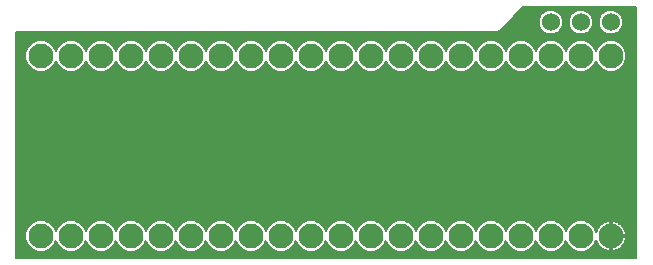
<source format=gtl>
G75*
%MOIN*%
%OFA0B0*%
%FSLAX25Y25*%
%IPPOS*%
%LPD*%
%AMOC8*
5,1,8,0,0,1.08239X$1,22.5*
%
%ADD10C,0.08268*%
%ADD11C,0.06000*%
%ADD12OC8,0.02381*%
%ADD13C,0.00600*%
D10*
X0010800Y0009950D03*
X0020800Y0009950D03*
X0030800Y0009950D03*
X0040800Y0009950D03*
X0050800Y0009950D03*
X0060800Y0009950D03*
X0070800Y0009950D03*
X0080800Y0009950D03*
X0090800Y0009950D03*
X0100800Y0009950D03*
X0110800Y0009950D03*
X0120800Y0009950D03*
X0130800Y0009950D03*
X0140800Y0009950D03*
X0150800Y0009950D03*
X0160800Y0009950D03*
X0170800Y0009950D03*
X0180800Y0009950D03*
X0190800Y0009950D03*
X0200800Y0009950D03*
X0200800Y0069950D03*
X0190800Y0069950D03*
X0180800Y0069950D03*
X0170800Y0069950D03*
X0160800Y0069950D03*
X0150800Y0069950D03*
X0140800Y0069950D03*
X0130800Y0069950D03*
X0120800Y0069950D03*
X0110800Y0069950D03*
X0100800Y0069950D03*
X0090800Y0069950D03*
X0080800Y0069950D03*
X0070800Y0069950D03*
X0060800Y0069950D03*
X0050800Y0069950D03*
X0040800Y0069950D03*
X0030800Y0069950D03*
X0020800Y0069950D03*
X0010800Y0069950D03*
D11*
X0180800Y0081200D03*
X0190800Y0081200D03*
X0200800Y0081200D03*
D12*
X0007900Y0054100D03*
X0007300Y0039700D03*
X0007300Y0025900D03*
D13*
X0002683Y0002687D02*
X0002683Y0077917D01*
X0003721Y0077917D01*
X0003725Y0077913D01*
X0103875Y0077913D01*
X0103879Y0077917D01*
X0105721Y0077917D01*
X0105725Y0077913D01*
X0163275Y0077913D01*
X0164087Y0078725D01*
X0171675Y0086313D01*
X0193875Y0086313D01*
X0193879Y0086317D01*
X0195721Y0086317D01*
X0195725Y0086313D01*
X0209313Y0086313D01*
X0209313Y0002687D01*
X0002683Y0002687D01*
X0002683Y0002726D02*
X0209313Y0002726D01*
X0209313Y0003325D02*
X0002683Y0003325D01*
X0002683Y0003923D02*
X0209313Y0003923D01*
X0209313Y0004522D02*
X0002683Y0004522D01*
X0002683Y0005120D02*
X0008816Y0005120D01*
X0009761Y0004729D02*
X0011839Y0004729D01*
X0013758Y0005524D01*
X0015226Y0006992D01*
X0015800Y0008377D01*
X0016374Y0006992D01*
X0017842Y0005524D01*
X0019761Y0004729D01*
X0021839Y0004729D01*
X0023758Y0005524D01*
X0025226Y0006992D01*
X0025800Y0008377D01*
X0026374Y0006992D01*
X0027842Y0005524D01*
X0029761Y0004729D01*
X0031839Y0004729D01*
X0033758Y0005524D01*
X0035226Y0006992D01*
X0035800Y0008377D01*
X0036374Y0006992D01*
X0037842Y0005524D01*
X0039761Y0004729D01*
X0041839Y0004729D01*
X0043758Y0005524D01*
X0045226Y0006992D01*
X0045800Y0008377D01*
X0046374Y0006992D01*
X0047842Y0005524D01*
X0049761Y0004729D01*
X0051839Y0004729D01*
X0053758Y0005524D01*
X0055226Y0006992D01*
X0055800Y0008377D01*
X0056374Y0006992D01*
X0057842Y0005524D01*
X0059761Y0004729D01*
X0061839Y0004729D01*
X0063758Y0005524D01*
X0065226Y0006992D01*
X0065800Y0008377D01*
X0066374Y0006992D01*
X0067842Y0005524D01*
X0069761Y0004729D01*
X0071839Y0004729D01*
X0073758Y0005524D01*
X0075226Y0006992D01*
X0075800Y0008377D01*
X0076374Y0006992D01*
X0077842Y0005524D01*
X0079761Y0004729D01*
X0081839Y0004729D01*
X0083758Y0005524D01*
X0085226Y0006992D01*
X0085800Y0008377D01*
X0086374Y0006992D01*
X0087842Y0005524D01*
X0089761Y0004729D01*
X0091839Y0004729D01*
X0093758Y0005524D01*
X0095226Y0006992D01*
X0095800Y0008377D01*
X0096374Y0006992D01*
X0097842Y0005524D01*
X0099761Y0004729D01*
X0101839Y0004729D01*
X0103758Y0005524D01*
X0105226Y0006992D01*
X0105800Y0008377D01*
X0106374Y0006992D01*
X0107842Y0005524D01*
X0109761Y0004729D01*
X0111839Y0004729D01*
X0113758Y0005524D01*
X0115226Y0006992D01*
X0115800Y0008377D01*
X0116374Y0006992D01*
X0117842Y0005524D01*
X0119761Y0004729D01*
X0121839Y0004729D01*
X0123758Y0005524D01*
X0125226Y0006992D01*
X0125800Y0008377D01*
X0126374Y0006992D01*
X0127842Y0005524D01*
X0129761Y0004729D01*
X0131839Y0004729D01*
X0133758Y0005524D01*
X0135226Y0006992D01*
X0135800Y0008377D01*
X0136374Y0006992D01*
X0137842Y0005524D01*
X0139761Y0004729D01*
X0141839Y0004729D01*
X0143758Y0005524D01*
X0145226Y0006992D01*
X0145800Y0008377D01*
X0146374Y0006992D01*
X0147842Y0005524D01*
X0149761Y0004729D01*
X0151839Y0004729D01*
X0153758Y0005524D01*
X0155226Y0006992D01*
X0155800Y0008377D01*
X0156374Y0006992D01*
X0157842Y0005524D01*
X0159761Y0004729D01*
X0161839Y0004729D01*
X0163758Y0005524D01*
X0165226Y0006992D01*
X0165800Y0008377D01*
X0166374Y0006992D01*
X0167842Y0005524D01*
X0169761Y0004729D01*
X0171839Y0004729D01*
X0173758Y0005524D01*
X0175226Y0006992D01*
X0175800Y0008377D01*
X0176374Y0006992D01*
X0177842Y0005524D01*
X0179761Y0004729D01*
X0181839Y0004729D01*
X0183758Y0005524D01*
X0185226Y0006992D01*
X0185800Y0008377D01*
X0186374Y0006992D01*
X0187842Y0005524D01*
X0189761Y0004729D01*
X0191839Y0004729D01*
X0193758Y0005524D01*
X0195226Y0006992D01*
X0195922Y0008672D01*
X0196135Y0008018D01*
X0196495Y0007312D01*
X0196960Y0006671D01*
X0197521Y0006110D01*
X0198162Y0005645D01*
X0198868Y0005285D01*
X0199621Y0005040D01*
X0200404Y0004916D01*
X0200500Y0004916D01*
X0200500Y0009650D01*
X0201100Y0009650D01*
X0201100Y0010250D01*
X0200500Y0010250D01*
X0200500Y0014984D01*
X0200404Y0014984D01*
X0199621Y0014860D01*
X0198868Y0014615D01*
X0198162Y0014255D01*
X0197521Y0013790D01*
X0196960Y0013229D01*
X0196495Y0012588D01*
X0196135Y0011882D01*
X0195922Y0011228D01*
X0195226Y0012908D01*
X0193758Y0014376D01*
X0191839Y0015171D01*
X0189761Y0015171D01*
X0187842Y0014376D01*
X0186374Y0012908D01*
X0185800Y0011523D01*
X0185226Y0012908D01*
X0183758Y0014376D01*
X0181839Y0015171D01*
X0179761Y0015171D01*
X0177842Y0014376D01*
X0176374Y0012908D01*
X0175800Y0011523D01*
X0175226Y0012908D01*
X0173758Y0014376D01*
X0171839Y0015171D01*
X0169761Y0015171D01*
X0167842Y0014376D01*
X0166374Y0012908D01*
X0165800Y0011523D01*
X0165226Y0012908D01*
X0163758Y0014376D01*
X0161839Y0015171D01*
X0159761Y0015171D01*
X0157842Y0014376D01*
X0156374Y0012908D01*
X0155800Y0011523D01*
X0155226Y0012908D01*
X0153758Y0014376D01*
X0151839Y0015171D01*
X0149761Y0015171D01*
X0147842Y0014376D01*
X0146374Y0012908D01*
X0145800Y0011523D01*
X0145226Y0012908D01*
X0143758Y0014376D01*
X0141839Y0015171D01*
X0139761Y0015171D01*
X0137842Y0014376D01*
X0136374Y0012908D01*
X0135800Y0011523D01*
X0135226Y0012908D01*
X0133758Y0014376D01*
X0131839Y0015171D01*
X0129761Y0015171D01*
X0127842Y0014376D01*
X0126374Y0012908D01*
X0125800Y0011523D01*
X0125226Y0012908D01*
X0123758Y0014376D01*
X0121839Y0015171D01*
X0119761Y0015171D01*
X0117842Y0014376D01*
X0116374Y0012908D01*
X0115800Y0011523D01*
X0115226Y0012908D01*
X0113758Y0014376D01*
X0111839Y0015171D01*
X0109761Y0015171D01*
X0107842Y0014376D01*
X0106374Y0012908D01*
X0105800Y0011523D01*
X0105226Y0012908D01*
X0103758Y0014376D01*
X0101839Y0015171D01*
X0099761Y0015171D01*
X0097842Y0014376D01*
X0096374Y0012908D01*
X0095800Y0011523D01*
X0095226Y0012908D01*
X0093758Y0014376D01*
X0091839Y0015171D01*
X0089761Y0015171D01*
X0087842Y0014376D01*
X0086374Y0012908D01*
X0085800Y0011523D01*
X0085226Y0012908D01*
X0083758Y0014376D01*
X0081839Y0015171D01*
X0079761Y0015171D01*
X0077842Y0014376D01*
X0076374Y0012908D01*
X0075800Y0011523D01*
X0075226Y0012908D01*
X0073758Y0014376D01*
X0071839Y0015171D01*
X0069761Y0015171D01*
X0067842Y0014376D01*
X0066374Y0012908D01*
X0065800Y0011523D01*
X0065226Y0012908D01*
X0063758Y0014376D01*
X0061839Y0015171D01*
X0059761Y0015171D01*
X0057842Y0014376D01*
X0056374Y0012908D01*
X0055800Y0011523D01*
X0055226Y0012908D01*
X0053758Y0014376D01*
X0051839Y0015171D01*
X0049761Y0015171D01*
X0047842Y0014376D01*
X0046374Y0012908D01*
X0045800Y0011523D01*
X0045226Y0012908D01*
X0043758Y0014376D01*
X0041839Y0015171D01*
X0039761Y0015171D01*
X0037842Y0014376D01*
X0036374Y0012908D01*
X0035800Y0011523D01*
X0035226Y0012908D01*
X0033758Y0014376D01*
X0031839Y0015171D01*
X0029761Y0015171D01*
X0027842Y0014376D01*
X0026374Y0012908D01*
X0025800Y0011523D01*
X0025226Y0012908D01*
X0023758Y0014376D01*
X0021839Y0015171D01*
X0019761Y0015171D01*
X0017842Y0014376D01*
X0016374Y0012908D01*
X0015800Y0011523D01*
X0015226Y0012908D01*
X0013758Y0014376D01*
X0011839Y0015171D01*
X0009761Y0015171D01*
X0007842Y0014376D01*
X0006374Y0012908D01*
X0005579Y0010989D01*
X0005579Y0008911D01*
X0006374Y0006992D01*
X0007842Y0005524D01*
X0009761Y0004729D01*
X0007647Y0005719D02*
X0002683Y0005719D01*
X0002683Y0006317D02*
X0007049Y0006317D01*
X0006450Y0006916D02*
X0002683Y0006916D01*
X0002683Y0007514D02*
X0006157Y0007514D01*
X0005909Y0008113D02*
X0002683Y0008113D01*
X0002683Y0008711D02*
X0005662Y0008711D01*
X0005579Y0009310D02*
X0002683Y0009310D01*
X0002683Y0009908D02*
X0005579Y0009908D01*
X0005579Y0010507D02*
X0002683Y0010507D01*
X0002683Y0011105D02*
X0005627Y0011105D01*
X0005875Y0011704D02*
X0002683Y0011704D01*
X0002683Y0012302D02*
X0006123Y0012302D01*
X0006371Y0012901D02*
X0002683Y0012901D01*
X0002683Y0013499D02*
X0006966Y0013499D01*
X0007564Y0014098D02*
X0002683Y0014098D01*
X0002683Y0014697D02*
X0008615Y0014697D01*
X0012985Y0014697D02*
X0018615Y0014697D01*
X0017564Y0014098D02*
X0014036Y0014098D01*
X0014634Y0013499D02*
X0016966Y0013499D01*
X0016371Y0012901D02*
X0015229Y0012901D01*
X0015477Y0012302D02*
X0016123Y0012302D01*
X0015875Y0011704D02*
X0015725Y0011704D01*
X0022985Y0014697D02*
X0028615Y0014697D01*
X0027564Y0014098D02*
X0024036Y0014098D01*
X0024634Y0013499D02*
X0026966Y0013499D01*
X0026371Y0012901D02*
X0025229Y0012901D01*
X0025477Y0012302D02*
X0026123Y0012302D01*
X0025875Y0011704D02*
X0025725Y0011704D01*
X0032985Y0014697D02*
X0038615Y0014697D01*
X0037564Y0014098D02*
X0034036Y0014098D01*
X0034634Y0013499D02*
X0036966Y0013499D01*
X0036371Y0012901D02*
X0035229Y0012901D01*
X0035477Y0012302D02*
X0036123Y0012302D01*
X0035875Y0011704D02*
X0035725Y0011704D01*
X0035690Y0008113D02*
X0035909Y0008113D01*
X0036157Y0007514D02*
X0035443Y0007514D01*
X0035150Y0006916D02*
X0036450Y0006916D01*
X0037049Y0006317D02*
X0034551Y0006317D01*
X0033953Y0005719D02*
X0037647Y0005719D01*
X0038816Y0005120D02*
X0032784Y0005120D01*
X0028816Y0005120D02*
X0022784Y0005120D01*
X0023953Y0005719D02*
X0027647Y0005719D01*
X0027049Y0006317D02*
X0024551Y0006317D01*
X0025150Y0006916D02*
X0026450Y0006916D01*
X0026157Y0007514D02*
X0025443Y0007514D01*
X0025690Y0008113D02*
X0025909Y0008113D01*
X0018816Y0005120D02*
X0012784Y0005120D01*
X0013953Y0005719D02*
X0017647Y0005719D01*
X0017049Y0006317D02*
X0014551Y0006317D01*
X0015150Y0006916D02*
X0016450Y0006916D01*
X0016157Y0007514D02*
X0015443Y0007514D01*
X0015690Y0008113D02*
X0015909Y0008113D01*
X0002683Y0015295D02*
X0209313Y0015295D01*
X0209313Y0014697D02*
X0202482Y0014697D01*
X0202732Y0014615D02*
X0201979Y0014860D01*
X0201196Y0014984D01*
X0201100Y0014984D01*
X0201100Y0010250D01*
X0205834Y0010250D01*
X0205834Y0010346D01*
X0205710Y0011129D01*
X0205465Y0011882D01*
X0205105Y0012588D01*
X0204640Y0013229D01*
X0204079Y0013790D01*
X0203438Y0014255D01*
X0202732Y0014615D01*
X0203655Y0014098D02*
X0209313Y0014098D01*
X0209313Y0013499D02*
X0204369Y0013499D01*
X0204878Y0012901D02*
X0209313Y0012901D01*
X0209313Y0012302D02*
X0205251Y0012302D01*
X0205523Y0011704D02*
X0209313Y0011704D01*
X0209313Y0011105D02*
X0205714Y0011105D01*
X0205808Y0010507D02*
X0209313Y0010507D01*
X0209313Y0009908D02*
X0201100Y0009908D01*
X0201100Y0009650D02*
X0205834Y0009650D01*
X0205834Y0009554D01*
X0205710Y0008771D01*
X0205465Y0008018D01*
X0205105Y0007312D01*
X0204640Y0006671D01*
X0204079Y0006110D01*
X0203438Y0005645D01*
X0202732Y0005285D01*
X0201979Y0005040D01*
X0201196Y0004916D01*
X0201100Y0004916D01*
X0201100Y0009650D01*
X0201100Y0009310D02*
X0200500Y0009310D01*
X0200500Y0008711D02*
X0201100Y0008711D01*
X0201100Y0008113D02*
X0200500Y0008113D01*
X0200500Y0007514D02*
X0201100Y0007514D01*
X0201100Y0006916D02*
X0200500Y0006916D01*
X0200500Y0006317D02*
X0201100Y0006317D01*
X0201100Y0005719D02*
X0200500Y0005719D01*
X0200500Y0005120D02*
X0201100Y0005120D01*
X0202226Y0005120D02*
X0209313Y0005120D01*
X0209313Y0005719D02*
X0203540Y0005719D01*
X0204286Y0006317D02*
X0209313Y0006317D01*
X0209313Y0006916D02*
X0204818Y0006916D01*
X0205209Y0007514D02*
X0209313Y0007514D01*
X0209313Y0008113D02*
X0205496Y0008113D01*
X0205690Y0008711D02*
X0209313Y0008711D01*
X0209313Y0009310D02*
X0205795Y0009310D01*
X0201100Y0010507D02*
X0200500Y0010507D01*
X0200500Y0011105D02*
X0201100Y0011105D01*
X0201100Y0011704D02*
X0200500Y0011704D01*
X0200500Y0012302D02*
X0201100Y0012302D01*
X0201100Y0012901D02*
X0200500Y0012901D01*
X0200500Y0013499D02*
X0201100Y0013499D01*
X0201100Y0014098D02*
X0200500Y0014098D01*
X0200500Y0014697D02*
X0201100Y0014697D01*
X0199118Y0014697D02*
X0192985Y0014697D01*
X0194036Y0014098D02*
X0197945Y0014098D01*
X0197231Y0013499D02*
X0194634Y0013499D01*
X0195229Y0012901D02*
X0196722Y0012901D01*
X0196349Y0012302D02*
X0195477Y0012302D01*
X0195725Y0011704D02*
X0196077Y0011704D01*
X0196104Y0008113D02*
X0195690Y0008113D01*
X0195443Y0007514D02*
X0196391Y0007514D01*
X0196782Y0006916D02*
X0195150Y0006916D01*
X0194551Y0006317D02*
X0197314Y0006317D01*
X0198060Y0005719D02*
X0193953Y0005719D01*
X0192784Y0005120D02*
X0199374Y0005120D01*
X0188816Y0005120D02*
X0182784Y0005120D01*
X0183953Y0005719D02*
X0187647Y0005719D01*
X0187049Y0006317D02*
X0184551Y0006317D01*
X0185150Y0006916D02*
X0186450Y0006916D01*
X0186157Y0007514D02*
X0185443Y0007514D01*
X0185690Y0008113D02*
X0185909Y0008113D01*
X0185875Y0011704D02*
X0185725Y0011704D01*
X0185477Y0012302D02*
X0186123Y0012302D01*
X0186371Y0012901D02*
X0185229Y0012901D01*
X0184634Y0013499D02*
X0186966Y0013499D01*
X0187564Y0014098D02*
X0184036Y0014098D01*
X0182985Y0014697D02*
X0188615Y0014697D01*
X0178615Y0014697D02*
X0172985Y0014697D01*
X0174036Y0014098D02*
X0177564Y0014098D01*
X0176966Y0013499D02*
X0174634Y0013499D01*
X0175229Y0012901D02*
X0176371Y0012901D01*
X0176123Y0012302D02*
X0175477Y0012302D01*
X0175725Y0011704D02*
X0175875Y0011704D01*
X0168615Y0014697D02*
X0162985Y0014697D01*
X0164036Y0014098D02*
X0167564Y0014098D01*
X0166966Y0013499D02*
X0164634Y0013499D01*
X0165229Y0012901D02*
X0166371Y0012901D01*
X0166123Y0012302D02*
X0165477Y0012302D01*
X0165725Y0011704D02*
X0165875Y0011704D01*
X0165909Y0008113D02*
X0165690Y0008113D01*
X0165443Y0007514D02*
X0166157Y0007514D01*
X0166450Y0006916D02*
X0165150Y0006916D01*
X0164551Y0006317D02*
X0167049Y0006317D01*
X0167647Y0005719D02*
X0163953Y0005719D01*
X0162784Y0005120D02*
X0168816Y0005120D01*
X0172784Y0005120D02*
X0178816Y0005120D01*
X0177647Y0005719D02*
X0173953Y0005719D01*
X0174551Y0006317D02*
X0177049Y0006317D01*
X0176450Y0006916D02*
X0175150Y0006916D01*
X0175443Y0007514D02*
X0176157Y0007514D01*
X0175909Y0008113D02*
X0175690Y0008113D01*
X0158816Y0005120D02*
X0152784Y0005120D01*
X0153953Y0005719D02*
X0157647Y0005719D01*
X0157049Y0006317D02*
X0154551Y0006317D01*
X0155150Y0006916D02*
X0156450Y0006916D01*
X0156157Y0007514D02*
X0155443Y0007514D01*
X0155690Y0008113D02*
X0155909Y0008113D01*
X0155875Y0011704D02*
X0155725Y0011704D01*
X0155477Y0012302D02*
X0156123Y0012302D01*
X0156371Y0012901D02*
X0155229Y0012901D01*
X0154634Y0013499D02*
X0156966Y0013499D01*
X0157564Y0014098D02*
X0154036Y0014098D01*
X0152985Y0014697D02*
X0158615Y0014697D01*
X0148615Y0014697D02*
X0142985Y0014697D01*
X0144036Y0014098D02*
X0147564Y0014098D01*
X0146966Y0013499D02*
X0144634Y0013499D01*
X0145229Y0012901D02*
X0146371Y0012901D01*
X0146123Y0012302D02*
X0145477Y0012302D01*
X0145725Y0011704D02*
X0145875Y0011704D01*
X0138615Y0014697D02*
X0132985Y0014697D01*
X0134036Y0014098D02*
X0137564Y0014098D01*
X0136966Y0013499D02*
X0134634Y0013499D01*
X0135229Y0012901D02*
X0136371Y0012901D01*
X0136123Y0012302D02*
X0135477Y0012302D01*
X0135725Y0011704D02*
X0135875Y0011704D01*
X0135909Y0008113D02*
X0135690Y0008113D01*
X0135443Y0007514D02*
X0136157Y0007514D01*
X0136450Y0006916D02*
X0135150Y0006916D01*
X0134551Y0006317D02*
X0137049Y0006317D01*
X0137647Y0005719D02*
X0133953Y0005719D01*
X0132784Y0005120D02*
X0138816Y0005120D01*
X0142784Y0005120D02*
X0148816Y0005120D01*
X0147647Y0005719D02*
X0143953Y0005719D01*
X0144551Y0006317D02*
X0147049Y0006317D01*
X0146450Y0006916D02*
X0145150Y0006916D01*
X0145443Y0007514D02*
X0146157Y0007514D01*
X0145909Y0008113D02*
X0145690Y0008113D01*
X0128816Y0005120D02*
X0122784Y0005120D01*
X0123953Y0005719D02*
X0127647Y0005719D01*
X0127049Y0006317D02*
X0124551Y0006317D01*
X0125150Y0006916D02*
X0126450Y0006916D01*
X0126157Y0007514D02*
X0125443Y0007514D01*
X0125690Y0008113D02*
X0125909Y0008113D01*
X0125875Y0011704D02*
X0125725Y0011704D01*
X0125477Y0012302D02*
X0126123Y0012302D01*
X0126371Y0012901D02*
X0125229Y0012901D01*
X0124634Y0013499D02*
X0126966Y0013499D01*
X0127564Y0014098D02*
X0124036Y0014098D01*
X0122985Y0014697D02*
X0128615Y0014697D01*
X0118615Y0014697D02*
X0112985Y0014697D01*
X0114036Y0014098D02*
X0117564Y0014098D01*
X0116966Y0013499D02*
X0114634Y0013499D01*
X0115229Y0012901D02*
X0116371Y0012901D01*
X0116123Y0012302D02*
X0115477Y0012302D01*
X0115725Y0011704D02*
X0115875Y0011704D01*
X0108615Y0014697D02*
X0102985Y0014697D01*
X0104036Y0014098D02*
X0107564Y0014098D01*
X0106966Y0013499D02*
X0104634Y0013499D01*
X0105229Y0012901D02*
X0106371Y0012901D01*
X0106123Y0012302D02*
X0105477Y0012302D01*
X0105725Y0011704D02*
X0105875Y0011704D01*
X0098615Y0014697D02*
X0092985Y0014697D01*
X0094036Y0014098D02*
X0097564Y0014098D01*
X0096966Y0013499D02*
X0094634Y0013499D01*
X0095229Y0012901D02*
X0096371Y0012901D01*
X0096123Y0012302D02*
X0095477Y0012302D01*
X0095725Y0011704D02*
X0095875Y0011704D01*
X0095909Y0008113D02*
X0095690Y0008113D01*
X0095443Y0007514D02*
X0096157Y0007514D01*
X0096450Y0006916D02*
X0095150Y0006916D01*
X0094551Y0006317D02*
X0097049Y0006317D01*
X0097647Y0005719D02*
X0093953Y0005719D01*
X0092784Y0005120D02*
X0098816Y0005120D01*
X0102784Y0005120D02*
X0108816Y0005120D01*
X0107647Y0005719D02*
X0103953Y0005719D01*
X0104551Y0006317D02*
X0107049Y0006317D01*
X0106450Y0006916D02*
X0105150Y0006916D01*
X0105443Y0007514D02*
X0106157Y0007514D01*
X0105909Y0008113D02*
X0105690Y0008113D01*
X0112784Y0005120D02*
X0118816Y0005120D01*
X0117647Y0005719D02*
X0113953Y0005719D01*
X0114551Y0006317D02*
X0117049Y0006317D01*
X0116450Y0006916D02*
X0115150Y0006916D01*
X0115443Y0007514D02*
X0116157Y0007514D01*
X0115909Y0008113D02*
X0115690Y0008113D01*
X0088816Y0005120D02*
X0082784Y0005120D01*
X0083953Y0005719D02*
X0087647Y0005719D01*
X0087049Y0006317D02*
X0084551Y0006317D01*
X0085150Y0006916D02*
X0086450Y0006916D01*
X0086157Y0007514D02*
X0085443Y0007514D01*
X0085690Y0008113D02*
X0085909Y0008113D01*
X0085875Y0011704D02*
X0085725Y0011704D01*
X0085477Y0012302D02*
X0086123Y0012302D01*
X0086371Y0012901D02*
X0085229Y0012901D01*
X0084634Y0013499D02*
X0086966Y0013499D01*
X0087564Y0014098D02*
X0084036Y0014098D01*
X0082985Y0014697D02*
X0088615Y0014697D01*
X0078615Y0014697D02*
X0072985Y0014697D01*
X0074036Y0014098D02*
X0077564Y0014098D01*
X0076966Y0013499D02*
X0074634Y0013499D01*
X0075229Y0012901D02*
X0076371Y0012901D01*
X0076123Y0012302D02*
X0075477Y0012302D01*
X0075725Y0011704D02*
X0075875Y0011704D01*
X0068615Y0014697D02*
X0062985Y0014697D01*
X0064036Y0014098D02*
X0067564Y0014098D01*
X0066966Y0013499D02*
X0064634Y0013499D01*
X0065229Y0012901D02*
X0066371Y0012901D01*
X0066123Y0012302D02*
X0065477Y0012302D01*
X0065725Y0011704D02*
X0065875Y0011704D01*
X0065909Y0008113D02*
X0065690Y0008113D01*
X0065443Y0007514D02*
X0066157Y0007514D01*
X0066450Y0006916D02*
X0065150Y0006916D01*
X0064551Y0006317D02*
X0067049Y0006317D01*
X0067647Y0005719D02*
X0063953Y0005719D01*
X0062784Y0005120D02*
X0068816Y0005120D01*
X0072784Y0005120D02*
X0078816Y0005120D01*
X0077647Y0005719D02*
X0073953Y0005719D01*
X0074551Y0006317D02*
X0077049Y0006317D01*
X0076450Y0006916D02*
X0075150Y0006916D01*
X0075443Y0007514D02*
X0076157Y0007514D01*
X0075909Y0008113D02*
X0075690Y0008113D01*
X0058816Y0005120D02*
X0052784Y0005120D01*
X0053953Y0005719D02*
X0057647Y0005719D01*
X0057049Y0006317D02*
X0054551Y0006317D01*
X0055150Y0006916D02*
X0056450Y0006916D01*
X0056157Y0007514D02*
X0055443Y0007514D01*
X0055690Y0008113D02*
X0055909Y0008113D01*
X0055875Y0011704D02*
X0055725Y0011704D01*
X0055477Y0012302D02*
X0056123Y0012302D01*
X0056371Y0012901D02*
X0055229Y0012901D01*
X0054634Y0013499D02*
X0056966Y0013499D01*
X0057564Y0014098D02*
X0054036Y0014098D01*
X0052985Y0014697D02*
X0058615Y0014697D01*
X0048615Y0014697D02*
X0042985Y0014697D01*
X0044036Y0014098D02*
X0047564Y0014098D01*
X0046966Y0013499D02*
X0044634Y0013499D01*
X0045229Y0012901D02*
X0046371Y0012901D01*
X0046123Y0012302D02*
X0045477Y0012302D01*
X0045725Y0011704D02*
X0045875Y0011704D01*
X0045909Y0008113D02*
X0045690Y0008113D01*
X0045443Y0007514D02*
X0046157Y0007514D01*
X0046450Y0006916D02*
X0045150Y0006916D01*
X0044551Y0006317D02*
X0047049Y0006317D01*
X0047647Y0005719D02*
X0043953Y0005719D01*
X0042784Y0005120D02*
X0048816Y0005120D01*
X0002683Y0015894D02*
X0209313Y0015894D01*
X0209313Y0016492D02*
X0002683Y0016492D01*
X0002683Y0017091D02*
X0209313Y0017091D01*
X0209313Y0017689D02*
X0002683Y0017689D01*
X0002683Y0018288D02*
X0209313Y0018288D01*
X0209313Y0018886D02*
X0002683Y0018886D01*
X0002683Y0019485D02*
X0209313Y0019485D01*
X0209313Y0020083D02*
X0002683Y0020083D01*
X0002683Y0020682D02*
X0209313Y0020682D01*
X0209313Y0021280D02*
X0002683Y0021280D01*
X0002683Y0021879D02*
X0209313Y0021879D01*
X0209313Y0022477D02*
X0002683Y0022477D01*
X0002683Y0023076D02*
X0209313Y0023076D01*
X0209313Y0023674D02*
X0002683Y0023674D01*
X0002683Y0024273D02*
X0209313Y0024273D01*
X0209313Y0024871D02*
X0002683Y0024871D01*
X0002683Y0025470D02*
X0209313Y0025470D01*
X0209313Y0026068D02*
X0002683Y0026068D01*
X0002683Y0026667D02*
X0209313Y0026667D01*
X0209313Y0027265D02*
X0002683Y0027265D01*
X0002683Y0027864D02*
X0209313Y0027864D01*
X0209313Y0028462D02*
X0002683Y0028462D01*
X0002683Y0029061D02*
X0209313Y0029061D01*
X0209313Y0029659D02*
X0002683Y0029659D01*
X0002683Y0030258D02*
X0209313Y0030258D01*
X0209313Y0030856D02*
X0002683Y0030856D01*
X0002683Y0031455D02*
X0209313Y0031455D01*
X0209313Y0032053D02*
X0002683Y0032053D01*
X0002683Y0032652D02*
X0209313Y0032652D01*
X0209313Y0033250D02*
X0002683Y0033250D01*
X0002683Y0033849D02*
X0209313Y0033849D01*
X0209313Y0034447D02*
X0002683Y0034447D01*
X0002683Y0035046D02*
X0209313Y0035046D01*
X0209313Y0035644D02*
X0002683Y0035644D01*
X0002683Y0036243D02*
X0209313Y0036243D01*
X0209313Y0036841D02*
X0002683Y0036841D01*
X0002683Y0037440D02*
X0209313Y0037440D01*
X0209313Y0038038D02*
X0002683Y0038038D01*
X0002683Y0038637D02*
X0209313Y0038637D01*
X0209313Y0039235D02*
X0002683Y0039235D01*
X0002683Y0039834D02*
X0209313Y0039834D01*
X0209313Y0040432D02*
X0002683Y0040432D01*
X0002683Y0041031D02*
X0209313Y0041031D01*
X0209313Y0041630D02*
X0002683Y0041630D01*
X0002683Y0042228D02*
X0209313Y0042228D01*
X0209313Y0042827D02*
X0002683Y0042827D01*
X0002683Y0043425D02*
X0209313Y0043425D01*
X0209313Y0044024D02*
X0002683Y0044024D01*
X0002683Y0044622D02*
X0209313Y0044622D01*
X0209313Y0045221D02*
X0002683Y0045221D01*
X0002683Y0045819D02*
X0209313Y0045819D01*
X0209313Y0046418D02*
X0002683Y0046418D01*
X0002683Y0047016D02*
X0209313Y0047016D01*
X0209313Y0047615D02*
X0002683Y0047615D01*
X0002683Y0048213D02*
X0209313Y0048213D01*
X0209313Y0048812D02*
X0002683Y0048812D01*
X0002683Y0049410D02*
X0209313Y0049410D01*
X0209313Y0050009D02*
X0002683Y0050009D01*
X0002683Y0050607D02*
X0209313Y0050607D01*
X0209313Y0051206D02*
X0002683Y0051206D01*
X0002683Y0051804D02*
X0209313Y0051804D01*
X0209313Y0052403D02*
X0002683Y0052403D01*
X0002683Y0053001D02*
X0209313Y0053001D01*
X0209313Y0053600D02*
X0002683Y0053600D01*
X0002683Y0054198D02*
X0209313Y0054198D01*
X0209313Y0054797D02*
X0002683Y0054797D01*
X0002683Y0055395D02*
X0209313Y0055395D01*
X0209313Y0055994D02*
X0002683Y0055994D01*
X0002683Y0056592D02*
X0209313Y0056592D01*
X0209313Y0057191D02*
X0002683Y0057191D01*
X0002683Y0057789D02*
X0209313Y0057789D01*
X0209313Y0058388D02*
X0002683Y0058388D01*
X0002683Y0058986D02*
X0209313Y0058986D01*
X0209313Y0059585D02*
X0002683Y0059585D01*
X0002683Y0060183D02*
X0209313Y0060183D01*
X0209313Y0060782D02*
X0002683Y0060782D01*
X0002683Y0061380D02*
X0209313Y0061380D01*
X0209313Y0061979D02*
X0002683Y0061979D01*
X0002683Y0062577D02*
X0209313Y0062577D01*
X0209313Y0063176D02*
X0002683Y0063176D01*
X0002683Y0063774D02*
X0209313Y0063774D01*
X0209313Y0064373D02*
X0002683Y0064373D01*
X0002683Y0064971D02*
X0009175Y0064971D01*
X0009761Y0064729D02*
X0011839Y0064729D01*
X0013758Y0065524D01*
X0015226Y0066992D01*
X0015800Y0068377D01*
X0016374Y0066992D01*
X0017842Y0065524D01*
X0019761Y0064729D01*
X0021839Y0064729D01*
X0023758Y0065524D01*
X0025226Y0066992D01*
X0025800Y0068377D01*
X0026374Y0066992D01*
X0027842Y0065524D01*
X0029761Y0064729D01*
X0031839Y0064729D01*
X0033758Y0065524D01*
X0035226Y0066992D01*
X0035800Y0068377D01*
X0036374Y0066992D01*
X0037842Y0065524D01*
X0039761Y0064729D01*
X0041839Y0064729D01*
X0043758Y0065524D01*
X0045226Y0066992D01*
X0045800Y0068377D01*
X0046374Y0066992D01*
X0047842Y0065524D01*
X0049761Y0064729D01*
X0051839Y0064729D01*
X0053758Y0065524D01*
X0055226Y0066992D01*
X0055800Y0068377D01*
X0056374Y0066992D01*
X0057842Y0065524D01*
X0059761Y0064729D01*
X0061839Y0064729D01*
X0063758Y0065524D01*
X0065226Y0066992D01*
X0065800Y0068377D01*
X0066374Y0066992D01*
X0067842Y0065524D01*
X0069761Y0064729D01*
X0071839Y0064729D01*
X0073758Y0065524D01*
X0075226Y0066992D01*
X0075800Y0068377D01*
X0076374Y0066992D01*
X0077842Y0065524D01*
X0079761Y0064729D01*
X0081839Y0064729D01*
X0083758Y0065524D01*
X0085226Y0066992D01*
X0085800Y0068377D01*
X0086374Y0066992D01*
X0087842Y0065524D01*
X0089761Y0064729D01*
X0091839Y0064729D01*
X0093758Y0065524D01*
X0095226Y0066992D01*
X0095800Y0068377D01*
X0096374Y0066992D01*
X0097842Y0065524D01*
X0099761Y0064729D01*
X0101839Y0064729D01*
X0103758Y0065524D01*
X0105226Y0066992D01*
X0105800Y0068377D01*
X0106374Y0066992D01*
X0107842Y0065524D01*
X0109761Y0064729D01*
X0111839Y0064729D01*
X0113758Y0065524D01*
X0115226Y0066992D01*
X0115800Y0068377D01*
X0116374Y0066992D01*
X0117842Y0065524D01*
X0119761Y0064729D01*
X0121839Y0064729D01*
X0123758Y0065524D01*
X0125226Y0066992D01*
X0125800Y0068377D01*
X0126374Y0066992D01*
X0127842Y0065524D01*
X0129761Y0064729D01*
X0131839Y0064729D01*
X0133758Y0065524D01*
X0135226Y0066992D01*
X0135800Y0068377D01*
X0136374Y0066992D01*
X0137842Y0065524D01*
X0139761Y0064729D01*
X0141839Y0064729D01*
X0143758Y0065524D01*
X0145226Y0066992D01*
X0145800Y0068377D01*
X0146374Y0066992D01*
X0147842Y0065524D01*
X0149761Y0064729D01*
X0151839Y0064729D01*
X0153758Y0065524D01*
X0155226Y0066992D01*
X0155800Y0068377D01*
X0156374Y0066992D01*
X0157842Y0065524D01*
X0159761Y0064729D01*
X0161839Y0064729D01*
X0163758Y0065524D01*
X0165226Y0066992D01*
X0165800Y0068377D01*
X0166374Y0066992D01*
X0167842Y0065524D01*
X0169761Y0064729D01*
X0171839Y0064729D01*
X0173758Y0065524D01*
X0175226Y0066992D01*
X0175800Y0068377D01*
X0176374Y0066992D01*
X0177842Y0065524D01*
X0179761Y0064729D01*
X0181839Y0064729D01*
X0183758Y0065524D01*
X0185226Y0066992D01*
X0185800Y0068377D01*
X0186374Y0066992D01*
X0187842Y0065524D01*
X0189761Y0064729D01*
X0191839Y0064729D01*
X0193758Y0065524D01*
X0195226Y0066992D01*
X0195800Y0068377D01*
X0196374Y0066992D01*
X0197842Y0065524D01*
X0199761Y0064729D01*
X0201839Y0064729D01*
X0203758Y0065524D01*
X0205226Y0066992D01*
X0206021Y0068911D01*
X0206021Y0070989D01*
X0205226Y0072908D01*
X0203758Y0074376D01*
X0201839Y0075171D01*
X0199761Y0075171D01*
X0197842Y0074376D01*
X0196374Y0072908D01*
X0195800Y0071523D01*
X0195226Y0072908D01*
X0193758Y0074376D01*
X0191839Y0075171D01*
X0189761Y0075171D01*
X0187842Y0074376D01*
X0186374Y0072908D01*
X0185800Y0071523D01*
X0185226Y0072908D01*
X0183758Y0074376D01*
X0181839Y0075171D01*
X0179761Y0075171D01*
X0177842Y0074376D01*
X0176374Y0072908D01*
X0175800Y0071523D01*
X0175226Y0072908D01*
X0173758Y0074376D01*
X0171839Y0075171D01*
X0169761Y0075171D01*
X0167842Y0074376D01*
X0166374Y0072908D01*
X0165800Y0071523D01*
X0165226Y0072908D01*
X0163758Y0074376D01*
X0161839Y0075171D01*
X0159761Y0075171D01*
X0157842Y0074376D01*
X0156374Y0072908D01*
X0155800Y0071523D01*
X0155226Y0072908D01*
X0153758Y0074376D01*
X0151839Y0075171D01*
X0149761Y0075171D01*
X0147842Y0074376D01*
X0146374Y0072908D01*
X0145800Y0071523D01*
X0145226Y0072908D01*
X0143758Y0074376D01*
X0141839Y0075171D01*
X0139761Y0075171D01*
X0137842Y0074376D01*
X0136374Y0072908D01*
X0135800Y0071523D01*
X0135226Y0072908D01*
X0133758Y0074376D01*
X0131839Y0075171D01*
X0129761Y0075171D01*
X0127842Y0074376D01*
X0126374Y0072908D01*
X0125800Y0071523D01*
X0125226Y0072908D01*
X0123758Y0074376D01*
X0121839Y0075171D01*
X0119761Y0075171D01*
X0117842Y0074376D01*
X0116374Y0072908D01*
X0115800Y0071523D01*
X0115226Y0072908D01*
X0113758Y0074376D01*
X0111839Y0075171D01*
X0109761Y0075171D01*
X0107842Y0074376D01*
X0106374Y0072908D01*
X0105800Y0071523D01*
X0105226Y0072908D01*
X0103758Y0074376D01*
X0101839Y0075171D01*
X0099761Y0075171D01*
X0097842Y0074376D01*
X0096374Y0072908D01*
X0095800Y0071523D01*
X0095226Y0072908D01*
X0093758Y0074376D01*
X0091839Y0075171D01*
X0089761Y0075171D01*
X0087842Y0074376D01*
X0086374Y0072908D01*
X0085800Y0071523D01*
X0085226Y0072908D01*
X0083758Y0074376D01*
X0081839Y0075171D01*
X0079761Y0075171D01*
X0077842Y0074376D01*
X0076374Y0072908D01*
X0075800Y0071523D01*
X0075226Y0072908D01*
X0073758Y0074376D01*
X0071839Y0075171D01*
X0069761Y0075171D01*
X0067842Y0074376D01*
X0066374Y0072908D01*
X0065800Y0071523D01*
X0065226Y0072908D01*
X0063758Y0074376D01*
X0061839Y0075171D01*
X0059761Y0075171D01*
X0057842Y0074376D01*
X0056374Y0072908D01*
X0055800Y0071523D01*
X0055226Y0072908D01*
X0053758Y0074376D01*
X0051839Y0075171D01*
X0049761Y0075171D01*
X0047842Y0074376D01*
X0046374Y0072908D01*
X0045800Y0071523D01*
X0045226Y0072908D01*
X0043758Y0074376D01*
X0041839Y0075171D01*
X0039761Y0075171D01*
X0037842Y0074376D01*
X0036374Y0072908D01*
X0035800Y0071523D01*
X0035226Y0072908D01*
X0033758Y0074376D01*
X0031839Y0075171D01*
X0029761Y0075171D01*
X0027842Y0074376D01*
X0026374Y0072908D01*
X0025800Y0071523D01*
X0025226Y0072908D01*
X0023758Y0074376D01*
X0021839Y0075171D01*
X0019761Y0075171D01*
X0017842Y0074376D01*
X0016374Y0072908D01*
X0015800Y0071523D01*
X0015226Y0072908D01*
X0013758Y0074376D01*
X0011839Y0075171D01*
X0009761Y0075171D01*
X0007842Y0074376D01*
X0006374Y0072908D01*
X0005579Y0070989D01*
X0005579Y0068911D01*
X0006374Y0066992D01*
X0007842Y0065524D01*
X0009761Y0064729D01*
X0007796Y0065570D02*
X0002683Y0065570D01*
X0002683Y0066168D02*
X0007198Y0066168D01*
X0006599Y0066767D02*
X0002683Y0066767D01*
X0002683Y0067366D02*
X0006219Y0067366D01*
X0005971Y0067964D02*
X0002683Y0067964D01*
X0002683Y0068563D02*
X0005723Y0068563D01*
X0005579Y0069161D02*
X0002683Y0069161D01*
X0002683Y0069760D02*
X0005579Y0069760D01*
X0005579Y0070358D02*
X0002683Y0070358D01*
X0002683Y0070957D02*
X0005579Y0070957D01*
X0005813Y0071555D02*
X0002683Y0071555D01*
X0002683Y0072154D02*
X0006061Y0072154D01*
X0006309Y0072752D02*
X0002683Y0072752D01*
X0002683Y0073351D02*
X0006817Y0073351D01*
X0007415Y0073949D02*
X0002683Y0073949D01*
X0002683Y0074548D02*
X0008256Y0074548D01*
X0009701Y0075146D02*
X0002683Y0075146D01*
X0002683Y0075745D02*
X0209313Y0075745D01*
X0209313Y0076343D02*
X0002683Y0076343D01*
X0002683Y0076942D02*
X0209313Y0076942D01*
X0209313Y0077540D02*
X0202645Y0077540D01*
X0203115Y0077735D02*
X0204265Y0078885D01*
X0204887Y0080387D01*
X0204887Y0082013D01*
X0204265Y0083515D01*
X0203115Y0084665D01*
X0201613Y0085287D01*
X0199987Y0085287D01*
X0198485Y0084665D01*
X0197335Y0083515D01*
X0196713Y0082013D01*
X0196713Y0080387D01*
X0197335Y0078885D01*
X0198485Y0077735D01*
X0199987Y0077113D01*
X0201613Y0077113D01*
X0203115Y0077735D01*
X0203519Y0078139D02*
X0209313Y0078139D01*
X0209313Y0078737D02*
X0204118Y0078737D01*
X0204452Y0079336D02*
X0209313Y0079336D01*
X0209313Y0079934D02*
X0204700Y0079934D01*
X0204887Y0080533D02*
X0209313Y0080533D01*
X0209313Y0081131D02*
X0204887Y0081131D01*
X0204887Y0081730D02*
X0209313Y0081730D01*
X0209313Y0082328D02*
X0204757Y0082328D01*
X0204509Y0082927D02*
X0209313Y0082927D01*
X0209313Y0083525D02*
X0204255Y0083525D01*
X0203657Y0084124D02*
X0209313Y0084124D01*
X0209313Y0084722D02*
X0202977Y0084722D01*
X0198623Y0084722D02*
X0192977Y0084722D01*
X0193115Y0084665D02*
X0191613Y0085287D01*
X0189987Y0085287D01*
X0188485Y0084665D01*
X0187335Y0083515D01*
X0186713Y0082013D01*
X0186713Y0080387D01*
X0187335Y0078885D01*
X0188485Y0077735D01*
X0189987Y0077113D01*
X0191613Y0077113D01*
X0193115Y0077735D01*
X0194265Y0078885D01*
X0194887Y0080387D01*
X0194887Y0082013D01*
X0194265Y0083515D01*
X0193115Y0084665D01*
X0193657Y0084124D02*
X0197943Y0084124D01*
X0197345Y0083525D02*
X0194255Y0083525D01*
X0194509Y0082927D02*
X0197091Y0082927D01*
X0196843Y0082328D02*
X0194757Y0082328D01*
X0194887Y0081730D02*
X0196713Y0081730D01*
X0196713Y0081131D02*
X0194887Y0081131D01*
X0194887Y0080533D02*
X0196713Y0080533D01*
X0196900Y0079934D02*
X0194700Y0079934D01*
X0194452Y0079336D02*
X0197148Y0079336D01*
X0197482Y0078737D02*
X0194118Y0078737D01*
X0193519Y0078139D02*
X0198081Y0078139D01*
X0198955Y0077540D02*
X0192645Y0077540D01*
X0188955Y0077540D02*
X0182645Y0077540D01*
X0183115Y0077735D02*
X0184265Y0078885D01*
X0184887Y0080387D01*
X0184887Y0082013D01*
X0184265Y0083515D01*
X0183115Y0084665D01*
X0181613Y0085287D01*
X0179987Y0085287D01*
X0178485Y0084665D01*
X0177335Y0083515D01*
X0176713Y0082013D01*
X0176713Y0080387D01*
X0177335Y0078885D01*
X0178485Y0077735D01*
X0179987Y0077113D01*
X0181613Y0077113D01*
X0183115Y0077735D01*
X0183519Y0078139D02*
X0188081Y0078139D01*
X0187482Y0078737D02*
X0184118Y0078737D01*
X0184452Y0079336D02*
X0187148Y0079336D01*
X0186900Y0079934D02*
X0184700Y0079934D01*
X0184887Y0080533D02*
X0186713Y0080533D01*
X0186713Y0081131D02*
X0184887Y0081131D01*
X0184887Y0081730D02*
X0186713Y0081730D01*
X0186843Y0082328D02*
X0184757Y0082328D01*
X0184509Y0082927D02*
X0187091Y0082927D01*
X0187345Y0083525D02*
X0184255Y0083525D01*
X0183657Y0084124D02*
X0187943Y0084124D01*
X0188623Y0084722D02*
X0182977Y0084722D01*
X0178623Y0084722D02*
X0170084Y0084722D01*
X0169486Y0084124D02*
X0177943Y0084124D01*
X0177345Y0083525D02*
X0168887Y0083525D01*
X0168289Y0082927D02*
X0177091Y0082927D01*
X0176843Y0082328D02*
X0167690Y0082328D01*
X0167092Y0081730D02*
X0176713Y0081730D01*
X0176713Y0081131D02*
X0166493Y0081131D01*
X0165895Y0080533D02*
X0176713Y0080533D01*
X0176900Y0079934D02*
X0165296Y0079934D01*
X0164698Y0079336D02*
X0177148Y0079336D01*
X0177482Y0078737D02*
X0164099Y0078737D01*
X0163501Y0078139D02*
X0178081Y0078139D01*
X0178955Y0077540D02*
X0002683Y0077540D01*
X0011899Y0075146D02*
X0019701Y0075146D01*
X0018256Y0074548D02*
X0013344Y0074548D01*
X0014185Y0073949D02*
X0017415Y0073949D01*
X0016817Y0073351D02*
X0014783Y0073351D01*
X0015291Y0072752D02*
X0016309Y0072752D01*
X0016061Y0072154D02*
X0015539Y0072154D01*
X0015787Y0071555D02*
X0015813Y0071555D01*
X0015971Y0067964D02*
X0015629Y0067964D01*
X0015381Y0067366D02*
X0016219Y0067366D01*
X0016599Y0066767D02*
X0015001Y0066767D01*
X0014402Y0066168D02*
X0017198Y0066168D01*
X0017796Y0065570D02*
X0013804Y0065570D01*
X0012425Y0064971D02*
X0019175Y0064971D01*
X0022425Y0064971D02*
X0029175Y0064971D01*
X0027796Y0065570D02*
X0023804Y0065570D01*
X0024402Y0066168D02*
X0027198Y0066168D01*
X0026599Y0066767D02*
X0025001Y0066767D01*
X0025381Y0067366D02*
X0026219Y0067366D01*
X0025971Y0067964D02*
X0025629Y0067964D01*
X0032425Y0064971D02*
X0039175Y0064971D01*
X0037796Y0065570D02*
X0033804Y0065570D01*
X0034402Y0066168D02*
X0037198Y0066168D01*
X0036599Y0066767D02*
X0035001Y0066767D01*
X0035381Y0067366D02*
X0036219Y0067366D01*
X0035971Y0067964D02*
X0035629Y0067964D01*
X0035787Y0071555D02*
X0035813Y0071555D01*
X0036061Y0072154D02*
X0035539Y0072154D01*
X0035291Y0072752D02*
X0036309Y0072752D01*
X0036817Y0073351D02*
X0034783Y0073351D01*
X0034185Y0073949D02*
X0037415Y0073949D01*
X0038256Y0074548D02*
X0033344Y0074548D01*
X0031899Y0075146D02*
X0039701Y0075146D01*
X0041899Y0075146D02*
X0049701Y0075146D01*
X0048256Y0074548D02*
X0043344Y0074548D01*
X0044185Y0073949D02*
X0047415Y0073949D01*
X0046817Y0073351D02*
X0044783Y0073351D01*
X0045291Y0072752D02*
X0046309Y0072752D01*
X0046061Y0072154D02*
X0045539Y0072154D01*
X0045787Y0071555D02*
X0045813Y0071555D01*
X0045971Y0067964D02*
X0045629Y0067964D01*
X0045381Y0067366D02*
X0046219Y0067366D01*
X0046599Y0066767D02*
X0045001Y0066767D01*
X0044402Y0066168D02*
X0047198Y0066168D01*
X0047796Y0065570D02*
X0043804Y0065570D01*
X0042425Y0064971D02*
X0049175Y0064971D01*
X0052425Y0064971D02*
X0059175Y0064971D01*
X0057796Y0065570D02*
X0053804Y0065570D01*
X0054402Y0066168D02*
X0057198Y0066168D01*
X0056599Y0066767D02*
X0055001Y0066767D01*
X0055381Y0067366D02*
X0056219Y0067366D01*
X0055971Y0067964D02*
X0055629Y0067964D01*
X0062425Y0064971D02*
X0069175Y0064971D01*
X0067796Y0065570D02*
X0063804Y0065570D01*
X0064402Y0066168D02*
X0067198Y0066168D01*
X0066599Y0066767D02*
X0065001Y0066767D01*
X0065381Y0067366D02*
X0066219Y0067366D01*
X0065971Y0067964D02*
X0065629Y0067964D01*
X0065787Y0071555D02*
X0065813Y0071555D01*
X0066061Y0072154D02*
X0065539Y0072154D01*
X0065291Y0072752D02*
X0066309Y0072752D01*
X0066817Y0073351D02*
X0064783Y0073351D01*
X0064185Y0073949D02*
X0067415Y0073949D01*
X0068256Y0074548D02*
X0063344Y0074548D01*
X0061899Y0075146D02*
X0069701Y0075146D01*
X0071899Y0075146D02*
X0079701Y0075146D01*
X0078256Y0074548D02*
X0073344Y0074548D01*
X0074185Y0073949D02*
X0077415Y0073949D01*
X0076817Y0073351D02*
X0074783Y0073351D01*
X0075291Y0072752D02*
X0076309Y0072752D01*
X0076061Y0072154D02*
X0075539Y0072154D01*
X0075787Y0071555D02*
X0075813Y0071555D01*
X0075971Y0067964D02*
X0075629Y0067964D01*
X0075381Y0067366D02*
X0076219Y0067366D01*
X0076599Y0066767D02*
X0075001Y0066767D01*
X0074402Y0066168D02*
X0077198Y0066168D01*
X0077796Y0065570D02*
X0073804Y0065570D01*
X0072425Y0064971D02*
X0079175Y0064971D01*
X0082425Y0064971D02*
X0089175Y0064971D01*
X0087796Y0065570D02*
X0083804Y0065570D01*
X0084402Y0066168D02*
X0087198Y0066168D01*
X0086599Y0066767D02*
X0085001Y0066767D01*
X0085381Y0067366D02*
X0086219Y0067366D01*
X0085971Y0067964D02*
X0085629Y0067964D01*
X0092425Y0064971D02*
X0099175Y0064971D01*
X0097796Y0065570D02*
X0093804Y0065570D01*
X0094402Y0066168D02*
X0097198Y0066168D01*
X0096599Y0066767D02*
X0095001Y0066767D01*
X0095381Y0067366D02*
X0096219Y0067366D01*
X0095971Y0067964D02*
X0095629Y0067964D01*
X0102425Y0064971D02*
X0109175Y0064971D01*
X0107796Y0065570D02*
X0103804Y0065570D01*
X0104402Y0066168D02*
X0107198Y0066168D01*
X0106599Y0066767D02*
X0105001Y0066767D01*
X0105381Y0067366D02*
X0106219Y0067366D01*
X0105971Y0067964D02*
X0105629Y0067964D01*
X0105787Y0071555D02*
X0105813Y0071555D01*
X0106061Y0072154D02*
X0105539Y0072154D01*
X0105291Y0072752D02*
X0106309Y0072752D01*
X0106817Y0073351D02*
X0104783Y0073351D01*
X0104185Y0073949D02*
X0107415Y0073949D01*
X0108256Y0074548D02*
X0103344Y0074548D01*
X0101899Y0075146D02*
X0109701Y0075146D01*
X0111899Y0075146D02*
X0119701Y0075146D01*
X0118256Y0074548D02*
X0113344Y0074548D01*
X0114185Y0073949D02*
X0117415Y0073949D01*
X0116817Y0073351D02*
X0114783Y0073351D01*
X0115291Y0072752D02*
X0116309Y0072752D01*
X0116061Y0072154D02*
X0115539Y0072154D01*
X0115787Y0071555D02*
X0115813Y0071555D01*
X0115971Y0067964D02*
X0115629Y0067964D01*
X0115381Y0067366D02*
X0116219Y0067366D01*
X0116599Y0066767D02*
X0115001Y0066767D01*
X0114402Y0066168D02*
X0117198Y0066168D01*
X0117796Y0065570D02*
X0113804Y0065570D01*
X0112425Y0064971D02*
X0119175Y0064971D01*
X0122425Y0064971D02*
X0129175Y0064971D01*
X0127796Y0065570D02*
X0123804Y0065570D01*
X0124402Y0066168D02*
X0127198Y0066168D01*
X0126599Y0066767D02*
X0125001Y0066767D01*
X0125381Y0067366D02*
X0126219Y0067366D01*
X0125971Y0067964D02*
X0125629Y0067964D01*
X0132425Y0064971D02*
X0139175Y0064971D01*
X0137796Y0065570D02*
X0133804Y0065570D01*
X0134402Y0066168D02*
X0137198Y0066168D01*
X0136599Y0066767D02*
X0135001Y0066767D01*
X0135381Y0067366D02*
X0136219Y0067366D01*
X0135971Y0067964D02*
X0135629Y0067964D01*
X0135787Y0071555D02*
X0135813Y0071555D01*
X0136061Y0072154D02*
X0135539Y0072154D01*
X0135291Y0072752D02*
X0136309Y0072752D01*
X0136817Y0073351D02*
X0134783Y0073351D01*
X0134185Y0073949D02*
X0137415Y0073949D01*
X0138256Y0074548D02*
X0133344Y0074548D01*
X0131899Y0075146D02*
X0139701Y0075146D01*
X0141899Y0075146D02*
X0149701Y0075146D01*
X0148256Y0074548D02*
X0143344Y0074548D01*
X0144185Y0073949D02*
X0147415Y0073949D01*
X0146817Y0073351D02*
X0144783Y0073351D01*
X0145291Y0072752D02*
X0146309Y0072752D01*
X0146061Y0072154D02*
X0145539Y0072154D01*
X0145787Y0071555D02*
X0145813Y0071555D01*
X0145971Y0067964D02*
X0145629Y0067964D01*
X0145381Y0067366D02*
X0146219Y0067366D01*
X0146599Y0066767D02*
X0145001Y0066767D01*
X0144402Y0066168D02*
X0147198Y0066168D01*
X0147796Y0065570D02*
X0143804Y0065570D01*
X0142425Y0064971D02*
X0149175Y0064971D01*
X0152425Y0064971D02*
X0159175Y0064971D01*
X0157796Y0065570D02*
X0153804Y0065570D01*
X0154402Y0066168D02*
X0157198Y0066168D01*
X0156599Y0066767D02*
X0155001Y0066767D01*
X0155381Y0067366D02*
X0156219Y0067366D01*
X0155971Y0067964D02*
X0155629Y0067964D01*
X0162425Y0064971D02*
X0169175Y0064971D01*
X0167796Y0065570D02*
X0163804Y0065570D01*
X0164402Y0066168D02*
X0167198Y0066168D01*
X0166599Y0066767D02*
X0165001Y0066767D01*
X0165381Y0067366D02*
X0166219Y0067366D01*
X0165971Y0067964D02*
X0165629Y0067964D01*
X0172425Y0064971D02*
X0179175Y0064971D01*
X0177796Y0065570D02*
X0173804Y0065570D01*
X0174402Y0066168D02*
X0177198Y0066168D01*
X0176599Y0066767D02*
X0175001Y0066767D01*
X0175381Y0067366D02*
X0176219Y0067366D01*
X0175971Y0067964D02*
X0175629Y0067964D01*
X0175787Y0071555D02*
X0175813Y0071555D01*
X0176061Y0072154D02*
X0175539Y0072154D01*
X0175291Y0072752D02*
X0176309Y0072752D01*
X0176817Y0073351D02*
X0174783Y0073351D01*
X0174185Y0073949D02*
X0177415Y0073949D01*
X0178256Y0074548D02*
X0173344Y0074548D01*
X0171899Y0075146D02*
X0179701Y0075146D01*
X0181899Y0075146D02*
X0189701Y0075146D01*
X0188256Y0074548D02*
X0183344Y0074548D01*
X0184185Y0073949D02*
X0187415Y0073949D01*
X0186817Y0073351D02*
X0184783Y0073351D01*
X0185291Y0072752D02*
X0186309Y0072752D01*
X0186061Y0072154D02*
X0185539Y0072154D01*
X0185787Y0071555D02*
X0185813Y0071555D01*
X0185971Y0067964D02*
X0185629Y0067964D01*
X0185381Y0067366D02*
X0186219Y0067366D01*
X0186599Y0066767D02*
X0185001Y0066767D01*
X0184402Y0066168D02*
X0187198Y0066168D01*
X0187796Y0065570D02*
X0183804Y0065570D01*
X0182425Y0064971D02*
X0189175Y0064971D01*
X0192425Y0064971D02*
X0199175Y0064971D01*
X0197796Y0065570D02*
X0193804Y0065570D01*
X0194402Y0066168D02*
X0197198Y0066168D01*
X0196599Y0066767D02*
X0195001Y0066767D01*
X0195381Y0067366D02*
X0196219Y0067366D01*
X0195971Y0067964D02*
X0195629Y0067964D01*
X0202425Y0064971D02*
X0209313Y0064971D01*
X0209313Y0065570D02*
X0203804Y0065570D01*
X0204402Y0066168D02*
X0209313Y0066168D01*
X0209313Y0066767D02*
X0205001Y0066767D01*
X0205381Y0067366D02*
X0209313Y0067366D01*
X0209313Y0067964D02*
X0205629Y0067964D01*
X0205877Y0068563D02*
X0209313Y0068563D01*
X0209313Y0069161D02*
X0206021Y0069161D01*
X0206021Y0069760D02*
X0209313Y0069760D01*
X0209313Y0070358D02*
X0206021Y0070358D01*
X0206021Y0070957D02*
X0209313Y0070957D01*
X0209313Y0071555D02*
X0205787Y0071555D01*
X0205539Y0072154D02*
X0209313Y0072154D01*
X0209313Y0072752D02*
X0205291Y0072752D01*
X0204783Y0073351D02*
X0209313Y0073351D01*
X0209313Y0073949D02*
X0204185Y0073949D01*
X0203344Y0074548D02*
X0209313Y0074548D01*
X0209313Y0075146D02*
X0201899Y0075146D01*
X0199701Y0075146D02*
X0191899Y0075146D01*
X0193344Y0074548D02*
X0198256Y0074548D01*
X0197415Y0073949D02*
X0194185Y0073949D01*
X0194783Y0073351D02*
X0196817Y0073351D01*
X0196309Y0072752D02*
X0195291Y0072752D01*
X0195539Y0072154D02*
X0196061Y0072154D01*
X0195813Y0071555D02*
X0195787Y0071555D01*
X0169701Y0075146D02*
X0161899Y0075146D01*
X0163344Y0074548D02*
X0168256Y0074548D01*
X0167415Y0073949D02*
X0164185Y0073949D01*
X0164783Y0073351D02*
X0166817Y0073351D01*
X0166309Y0072752D02*
X0165291Y0072752D01*
X0165539Y0072154D02*
X0166061Y0072154D01*
X0165813Y0071555D02*
X0165787Y0071555D01*
X0159701Y0075146D02*
X0151899Y0075146D01*
X0153344Y0074548D02*
X0158256Y0074548D01*
X0157415Y0073949D02*
X0154185Y0073949D01*
X0154783Y0073351D02*
X0156817Y0073351D01*
X0156309Y0072752D02*
X0155291Y0072752D01*
X0155539Y0072154D02*
X0156061Y0072154D01*
X0155813Y0071555D02*
X0155787Y0071555D01*
X0129701Y0075146D02*
X0121899Y0075146D01*
X0123344Y0074548D02*
X0128256Y0074548D01*
X0127415Y0073949D02*
X0124185Y0073949D01*
X0124783Y0073351D02*
X0126817Y0073351D01*
X0126309Y0072752D02*
X0125291Y0072752D01*
X0125539Y0072154D02*
X0126061Y0072154D01*
X0125813Y0071555D02*
X0125787Y0071555D01*
X0099701Y0075146D02*
X0091899Y0075146D01*
X0093344Y0074548D02*
X0098256Y0074548D01*
X0097415Y0073949D02*
X0094185Y0073949D01*
X0094783Y0073351D02*
X0096817Y0073351D01*
X0096309Y0072752D02*
X0095291Y0072752D01*
X0095539Y0072154D02*
X0096061Y0072154D01*
X0095813Y0071555D02*
X0095787Y0071555D01*
X0089701Y0075146D02*
X0081899Y0075146D01*
X0083344Y0074548D02*
X0088256Y0074548D01*
X0087415Y0073949D02*
X0084185Y0073949D01*
X0084783Y0073351D02*
X0086817Y0073351D01*
X0086309Y0072752D02*
X0085291Y0072752D01*
X0085539Y0072154D02*
X0086061Y0072154D01*
X0085813Y0071555D02*
X0085787Y0071555D01*
X0059701Y0075146D02*
X0051899Y0075146D01*
X0053344Y0074548D02*
X0058256Y0074548D01*
X0057415Y0073949D02*
X0054185Y0073949D01*
X0054783Y0073351D02*
X0056817Y0073351D01*
X0056309Y0072752D02*
X0055291Y0072752D01*
X0055539Y0072154D02*
X0056061Y0072154D01*
X0055813Y0071555D02*
X0055787Y0071555D01*
X0029701Y0075146D02*
X0021899Y0075146D01*
X0023344Y0074548D02*
X0028256Y0074548D01*
X0027415Y0073949D02*
X0024185Y0073949D01*
X0024783Y0073351D02*
X0026817Y0073351D01*
X0026309Y0072752D02*
X0025291Y0072752D01*
X0025539Y0072154D02*
X0026061Y0072154D01*
X0025813Y0071555D02*
X0025787Y0071555D01*
X0170683Y0085321D02*
X0209313Y0085321D01*
X0209313Y0085919D02*
X0171281Y0085919D01*
M02*

</source>
